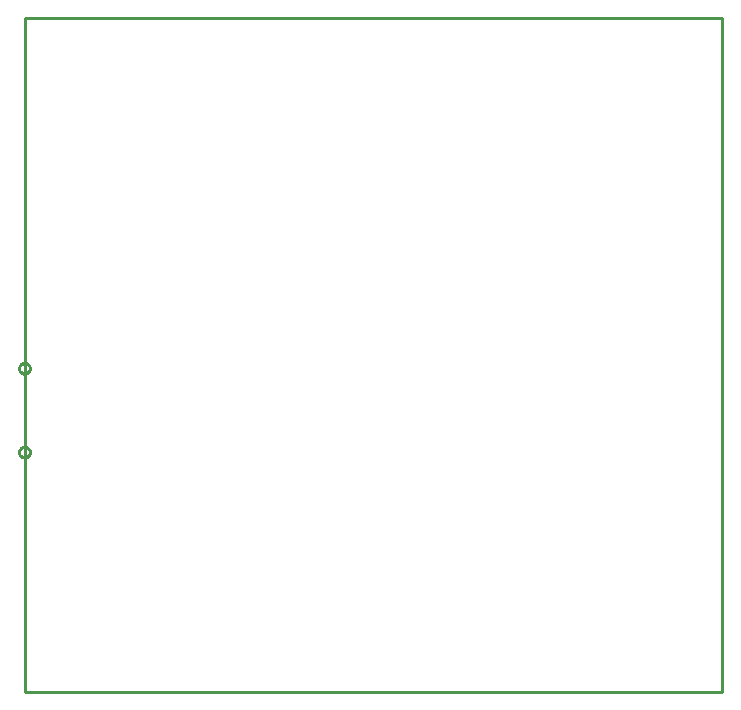
<source format=gbr>
G04 EAGLE Gerber RS-274X export*
G75*
%MOMM*%
%FSLAX34Y34*%
%LPD*%
%IN*%
%IPPOS*%
%AMOC8*
5,1,8,0,0,1.08239X$1,22.5*%
G01*
%ADD10C,0.254000*%


D10*
X340000Y-50000D02*
X930000Y-50000D01*
X930000Y520000D01*
X340000Y520000D01*
X340000Y-50000D01*
X339495Y157200D02*
X340080Y157123D01*
X340650Y156970D01*
X341195Y156745D01*
X341705Y156450D01*
X342173Y156091D01*
X342591Y155673D01*
X342950Y155205D01*
X343245Y154695D01*
X343470Y154150D01*
X343623Y153580D01*
X343700Y152995D01*
X343700Y152405D01*
X343623Y151820D01*
X343470Y151250D01*
X343245Y150705D01*
X342950Y150195D01*
X342591Y149727D01*
X342173Y149309D01*
X341705Y148950D01*
X341195Y148655D01*
X340650Y148430D01*
X340080Y148277D01*
X339495Y148200D01*
X338905Y148200D01*
X338320Y148277D01*
X337750Y148430D01*
X337205Y148655D01*
X336695Y148950D01*
X336227Y149309D01*
X335809Y149727D01*
X335450Y150195D01*
X335155Y150705D01*
X334930Y151250D01*
X334777Y151820D01*
X334700Y152405D01*
X334700Y152995D01*
X334777Y153580D01*
X334930Y154150D01*
X335155Y154695D01*
X335450Y155205D01*
X335809Y155673D01*
X336227Y156091D01*
X336695Y156450D01*
X337205Y156745D01*
X337750Y156970D01*
X338320Y157123D01*
X338905Y157200D01*
X339495Y157200D01*
X339495Y228200D02*
X340080Y228123D01*
X340650Y227970D01*
X341195Y227745D01*
X341705Y227450D01*
X342173Y227091D01*
X342591Y226673D01*
X342950Y226205D01*
X343245Y225695D01*
X343470Y225150D01*
X343623Y224580D01*
X343700Y223995D01*
X343700Y223405D01*
X343623Y222820D01*
X343470Y222250D01*
X343245Y221705D01*
X342950Y221195D01*
X342591Y220727D01*
X342173Y220309D01*
X341705Y219950D01*
X341195Y219655D01*
X340650Y219430D01*
X340080Y219277D01*
X339495Y219200D01*
X338905Y219200D01*
X338320Y219277D01*
X337750Y219430D01*
X337205Y219655D01*
X336695Y219950D01*
X336227Y220309D01*
X335809Y220727D01*
X335450Y221195D01*
X335155Y221705D01*
X334930Y222250D01*
X334777Y222820D01*
X334700Y223405D01*
X334700Y223995D01*
X334777Y224580D01*
X334930Y225150D01*
X335155Y225695D01*
X335450Y226205D01*
X335809Y226673D01*
X336227Y227091D01*
X336695Y227450D01*
X337205Y227745D01*
X337750Y227970D01*
X338320Y228123D01*
X338905Y228200D01*
X339495Y228200D01*
M02*

</source>
